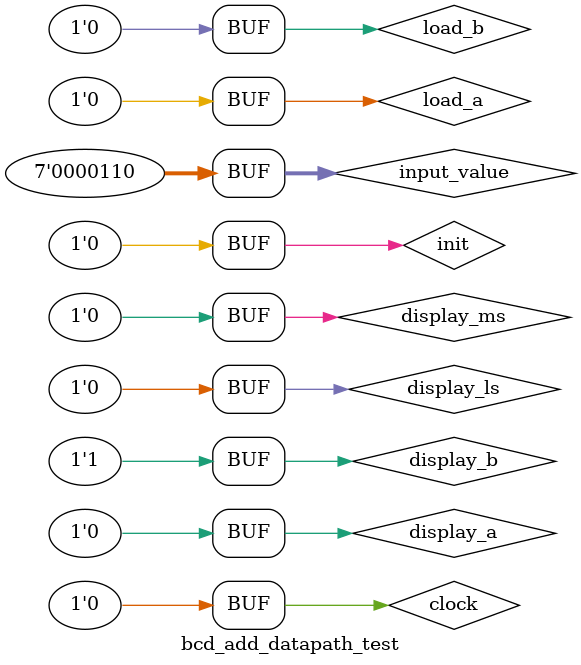
<source format=v>
`timescale 1ns / 1ps


module bcd_add_datapath_test;

	// Inputs
	reg clock;
	reg [6:0] input_value;
	reg init;
	reg load_a;
	reg load_b;
	reg display_a;
	reg display_b;
	reg display_ls;
	reg display_ms;

	// Outputs
	wire init_ack;
	wire load_a_ack;
	wire load_b_ack;
	wire display_a_ack;
	wire display_b_ack;
	wire display_ls_ack;
	wire display_ms_ack;
	wire [7:0] output_value;

	// Instantiate the Unit Under Test (UUT)
	bcd_add_datapath uut (
		.clock(clock), 
		.input_value(input_value), 
		.init(init), 
		.load_a(load_a), 
		.load_b(load_b), 
		.display_a(display_a), 
		.display_b(display_b), 
		.display_ls(display_ls), 
		.display_ms(display_ms), 
		.init_ack(init_ack), 
		.load_a_ack(load_a_ack), 
		.load_b_ack(load_b_ack), 
		.display_a_ack(display_a_ack), 
		.display_b_ack(display_b_ack), 
		.display_ls_ack(display_ls_ack), 
		.display_ms_ack(display_ms_ack), 
		.output_value(output_value)
	);

	initial begin
		// Initialize Inputs
		clock = 0;
		input_value = 0;
		init = 0;
		load_a = 0;
		load_b = 0;
		display_a = 0;
		display_b = 0;
		display_ls = 0;
		display_ms = 0;

		// Wait 100 ns for global reset to finish
		#100;
        
		// Add stimulus here
		clock = ~clock;
		
		#20;
		input_value = 4;
		init = 1;
		load_a = 0;
		load_b = 0;
		display_a = 0;
		display_b = 0;
		display_ls = 0;
		display_ms = 0;
		
		clock=~clock;
		#20;
		clock=~clock;
		
		
		#20;
		//input_value = 4;
		init = 0;
		load_a = 1;
		load_b = 0;
		display_a = 0;
		display_b = 0;
		display_ls = 0;
		display_ms = 0;
		
		clock=~clock;
		#20;
		clock=~clock;
		#20;
		
	   //input_value = 4;
		init = 0;
		load_a = 0;
		load_b = 0;
		display_a = 1;
		display_b = 0;
		display_ls = 0;
		display_ms = 0;
		
			
		clock=~clock;
		#20;
		clock=~clock;
		#20;
		
		#20;
	   input_value = 6;
		init = 0;
		load_a = 0;
		load_b = 1;
		display_a = 0;
		display_b = 0;
		display_ls = 0;
		display_ms = 0;
		
			clock=~clock;
		
		#20;
	   input_value = 6;
		init = 0;
		load_a = 0;
		load_b = 0;
		display_a = 0;
		display_b = 1;
		display_ls = 0;
		display_ms = 0;

	end
      
endmodule


</source>
